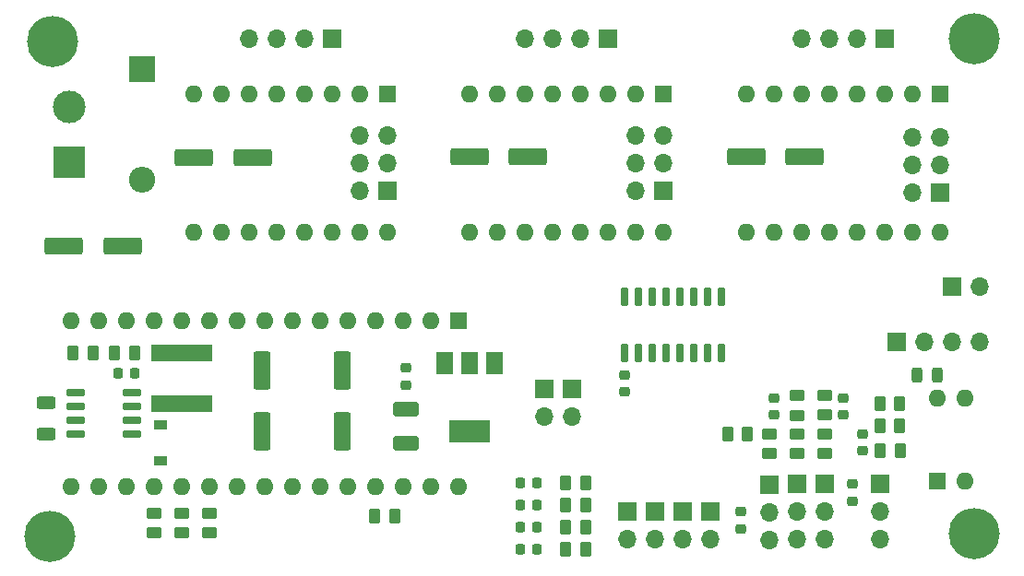
<source format=gbr>
%TF.GenerationSoftware,KiCad,Pcbnew,(6.0.0)*%
%TF.CreationDate,2022-01-02T13:01:26+02:00*%
%TF.ProjectId,shematic,7368656d-6174-4696-932e-6b696361645f,rev?*%
%TF.SameCoordinates,Original*%
%TF.FileFunction,Soldermask,Top*%
%TF.FilePolarity,Negative*%
%FSLAX46Y46*%
G04 Gerber Fmt 4.6, Leading zero omitted, Abs format (unit mm)*
G04 Created by KiCad (PCBNEW (6.0.0)) date 2022-01-02 13:01:26*
%MOMM*%
%LPD*%
G01*
G04 APERTURE LIST*
G04 Aperture macros list*
%AMRoundRect*
0 Rectangle with rounded corners*
0 $1 Rounding radius*
0 $2 $3 $4 $5 $6 $7 $8 $9 X,Y pos of 4 corners*
0 Add a 4 corners polygon primitive as box body*
4,1,4,$2,$3,$4,$5,$6,$7,$8,$9,$2,$3,0*
0 Add four circle primitives for the rounded corners*
1,1,$1+$1,$2,$3*
1,1,$1+$1,$4,$5*
1,1,$1+$1,$6,$7*
1,1,$1+$1,$8,$9*
0 Add four rect primitives between the rounded corners*
20,1,$1+$1,$2,$3,$4,$5,0*
20,1,$1+$1,$4,$5,$6,$7,0*
20,1,$1+$1,$6,$7,$8,$9,0*
20,1,$1+$1,$8,$9,$2,$3,0*%
G04 Aperture macros list end*
%ADD10RoundRect,0.225000X0.250000X-0.225000X0.250000X0.225000X-0.250000X0.225000X-0.250000X-0.225000X0*%
%ADD11R,1.600000X1.600000*%
%ADD12O,1.600000X1.600000*%
%ADD13RoundRect,0.250000X-1.500000X-0.550000X1.500000X-0.550000X1.500000X0.550000X-1.500000X0.550000X0*%
%ADD14RoundRect,0.225000X-0.225000X-0.250000X0.225000X-0.250000X0.225000X0.250000X-0.225000X0.250000X0*%
%ADD15RoundRect,0.250000X-0.550000X1.500000X-0.550000X-1.500000X0.550000X-1.500000X0.550000X1.500000X0*%
%ADD16RoundRect,0.225000X-0.250000X0.225000X-0.250000X-0.225000X0.250000X-0.225000X0.250000X0.225000X0*%
%ADD17RoundRect,0.250000X0.925000X-0.412500X0.925000X0.412500X-0.925000X0.412500X-0.925000X-0.412500X0*%
%ADD18RoundRect,0.225000X0.225000X0.250000X-0.225000X0.250000X-0.225000X-0.250000X0.225000X-0.250000X0*%
%ADD19R,2.400000X2.400000*%
%ADD20O,2.400000X2.400000*%
%ADD21R,1.200000X0.900000*%
%ADD22RoundRect,0.243750X0.243750X0.456250X-0.243750X0.456250X-0.243750X-0.456250X0.243750X-0.456250X0*%
%ADD23R,3.000000X3.000000*%
%ADD24C,3.000000*%
%ADD25R,1.700000X1.700000*%
%ADD26O,1.700000X1.700000*%
%ADD27R,5.700000X1.600000*%
%ADD28RoundRect,0.250000X0.625000X-0.312500X0.625000X0.312500X-0.625000X0.312500X-0.625000X-0.312500X0*%
%ADD29RoundRect,0.250000X-0.262500X-0.450000X0.262500X-0.450000X0.262500X0.450000X-0.262500X0.450000X0*%
%ADD30RoundRect,0.250000X0.262500X0.450000X-0.262500X0.450000X-0.262500X-0.450000X0.262500X-0.450000X0*%
%ADD31RoundRect,0.250000X0.450000X-0.262500X0.450000X0.262500X-0.450000X0.262500X-0.450000X-0.262500X0*%
%ADD32RoundRect,0.250000X-0.450000X0.262500X-0.450000X-0.262500X0.450000X-0.262500X0.450000X0.262500X0*%
%ADD33RoundRect,0.150000X0.150000X-0.725000X0.150000X0.725000X-0.150000X0.725000X-0.150000X-0.725000X0*%
%ADD34RoundRect,0.150000X0.725000X0.150000X-0.725000X0.150000X-0.725000X-0.150000X0.725000X-0.150000X0*%
%ADD35R,1.500000X2.000000*%
%ADD36R,3.800000X2.000000*%
%ADD37C,4.700000*%
G04 APERTURE END LIST*
D10*
%TO.C,C3*%
X85217000Y-64148000D03*
X85217000Y-62598000D03*
%TD*%
D11*
%TO.C,A1*%
X70000000Y-57658000D03*
D12*
X67460000Y-57658000D03*
X64920000Y-57658000D03*
X62380000Y-57658000D03*
X59840000Y-57658000D03*
X57300000Y-57658000D03*
X54760000Y-57658000D03*
X52220000Y-57658000D03*
X49680000Y-57658000D03*
X47140000Y-57658000D03*
X44600000Y-57658000D03*
X42060000Y-57658000D03*
X39520000Y-57658000D03*
X36980000Y-57658000D03*
X34440000Y-57658000D03*
X34440000Y-72898000D03*
X36980000Y-72898000D03*
X39520000Y-72898000D03*
X42060000Y-72898000D03*
X44600000Y-72898000D03*
X47140000Y-72898000D03*
X49680000Y-72898000D03*
X52220000Y-72898000D03*
X54760000Y-72898000D03*
X57300000Y-72898000D03*
X59840000Y-72898000D03*
X62380000Y-72898000D03*
X64920000Y-72898000D03*
X67460000Y-72898000D03*
X70000000Y-72898000D03*
%TD*%
D11*
%TO.C,A2*%
X114173000Y-36830000D03*
D12*
X111633000Y-36830000D03*
X109093000Y-36830000D03*
X106553000Y-36830000D03*
X104013000Y-36830000D03*
X101473000Y-36830000D03*
X98933000Y-36830000D03*
X96393000Y-36830000D03*
X96393000Y-49530000D03*
X98933000Y-49530000D03*
X101473000Y-49530000D03*
X104013000Y-49530000D03*
X106553000Y-49530000D03*
X109093000Y-49530000D03*
X111633000Y-49530000D03*
X114173000Y-49530000D03*
%TD*%
D11*
%TO.C,A3*%
X88820000Y-36830000D03*
D12*
X86280000Y-36830000D03*
X83740000Y-36830000D03*
X81200000Y-36830000D03*
X78660000Y-36830000D03*
X76120000Y-36830000D03*
X73580000Y-36830000D03*
X71040000Y-36830000D03*
X71040000Y-49530000D03*
X73580000Y-49530000D03*
X76120000Y-49530000D03*
X78660000Y-49530000D03*
X81200000Y-49530000D03*
X83740000Y-49530000D03*
X86280000Y-49530000D03*
X88820000Y-49530000D03*
%TD*%
D11*
%TO.C,A4*%
X63500000Y-36830000D03*
D12*
X60960000Y-36830000D03*
X58420000Y-36830000D03*
X55880000Y-36830000D03*
X53340000Y-36830000D03*
X50800000Y-36830000D03*
X48260000Y-36830000D03*
X45720000Y-36830000D03*
X45720000Y-49530000D03*
X48260000Y-49530000D03*
X50800000Y-49530000D03*
X53340000Y-49530000D03*
X55880000Y-49530000D03*
X58420000Y-49530000D03*
X60960000Y-49530000D03*
X63500000Y-49530000D03*
%TD*%
D13*
%TO.C,C1*%
X33782000Y-50800000D03*
X39182000Y-50800000D03*
%TD*%
D14*
%TO.C,C2*%
X38722000Y-62484000D03*
X40272000Y-62484000D03*
%TD*%
D15*
%TO.C,C4*%
X51943000Y-62218000D03*
X51943000Y-67818000D03*
%TD*%
D16*
%TO.C,C5*%
X65151000Y-61963000D03*
X65151000Y-63513000D03*
%TD*%
D10*
%TO.C,C6*%
X107061000Y-69596000D03*
X107061000Y-68046000D03*
%TD*%
%TO.C,C10*%
X105283000Y-64744000D03*
X105283000Y-66294000D03*
%TD*%
%TO.C,C11*%
X98933000Y-66294000D03*
X98933000Y-64744000D03*
%TD*%
D16*
%TO.C,C12*%
X95885000Y-75184000D03*
X95885000Y-76734000D03*
%TD*%
D17*
%TO.C,C13*%
X65151000Y-68861000D03*
X65151000Y-65786000D03*
%TD*%
D18*
%TO.C,C14*%
X77216000Y-72517000D03*
X75666000Y-72517000D03*
%TD*%
%TO.C,C15*%
X77216000Y-76581000D03*
X75666000Y-76581000D03*
%TD*%
%TO.C,C16*%
X77216000Y-74549000D03*
X75666000Y-74549000D03*
%TD*%
%TO.C,C17*%
X77216000Y-78613000D03*
X75666000Y-78613000D03*
%TD*%
D16*
%TO.C,C18*%
X106172000Y-72631000D03*
X106172000Y-74181000D03*
%TD*%
D19*
%TO.C,D1*%
X41000000Y-34544000D03*
D20*
X41000000Y-44704000D03*
%TD*%
D21*
%TO.C,D2*%
X42672000Y-67183000D03*
X42672000Y-70483000D03*
%TD*%
D22*
%TO.C,D4*%
X113919000Y-62611000D03*
X112044000Y-62611000D03*
%TD*%
D23*
%TO.C,J1*%
X34290000Y-43080000D03*
D24*
X34290000Y-38000000D03*
%TD*%
D25*
%TO.C,J2*%
X115316000Y-54483000D03*
D26*
X117856000Y-54483000D03*
%TD*%
D25*
%TO.C,J3*%
X110236000Y-59563000D03*
D26*
X112776000Y-59563000D03*
X115316000Y-59563000D03*
X117856000Y-59563000D03*
%TD*%
D25*
%TO.C,J4*%
X108712000Y-72644000D03*
D26*
X108712000Y-75184000D03*
X108712000Y-77724000D03*
%TD*%
D25*
%TO.C,J5*%
X103632000Y-72644000D03*
D26*
X103632000Y-75184000D03*
X103632000Y-77724000D03*
%TD*%
D25*
%TO.C,J6*%
X101092000Y-72644000D03*
D26*
X101092000Y-75184000D03*
X101092000Y-77724000D03*
%TD*%
D25*
%TO.C,J7*%
X98552000Y-72659000D03*
D26*
X98552000Y-75199000D03*
X98552000Y-77739000D03*
%TD*%
D25*
%TO.C,J8*%
X93091000Y-75184000D03*
D26*
X93091000Y-77724000D03*
%TD*%
D25*
%TO.C,J9*%
X88011000Y-75184000D03*
D26*
X88011000Y-77724000D03*
%TD*%
D25*
%TO.C,J10*%
X90551000Y-75184000D03*
D26*
X90551000Y-77724000D03*
%TD*%
D25*
%TO.C,J11*%
X85471000Y-75194000D03*
D26*
X85471000Y-77734000D03*
%TD*%
D25*
%TO.C,J12*%
X114173000Y-45847000D03*
D26*
X111633000Y-45847000D03*
X114173000Y-43307000D03*
X111633000Y-43307000D03*
X114173000Y-40767000D03*
X111633000Y-40767000D03*
%TD*%
D25*
%TO.C,J13*%
X88820000Y-45720000D03*
D26*
X86280000Y-45720000D03*
X88820000Y-43180000D03*
X86280000Y-43180000D03*
X88820000Y-40640000D03*
X86280000Y-40640000D03*
%TD*%
D25*
%TO.C,J14*%
X63500000Y-45720000D03*
D26*
X60960000Y-45720000D03*
X63500000Y-43180000D03*
X60960000Y-43180000D03*
X63500000Y-40640000D03*
X60960000Y-40640000D03*
%TD*%
D25*
%TO.C,J15*%
X109093000Y-31750000D03*
D26*
X106553000Y-31750000D03*
X104013000Y-31750000D03*
X101473000Y-31750000D03*
%TD*%
D25*
%TO.C,J16*%
X83740000Y-31750000D03*
D26*
X81200000Y-31750000D03*
X78660000Y-31750000D03*
X76120000Y-31750000D03*
%TD*%
D25*
%TO.C,J17*%
X58420000Y-31750000D03*
D26*
X55880000Y-31750000D03*
X53340000Y-31750000D03*
X50800000Y-31750000D03*
%TD*%
D25*
%TO.C,JP1*%
X80391000Y-63881000D03*
D26*
X80391000Y-66421000D03*
%TD*%
D25*
%TO.C,JP2*%
X77851000Y-63881000D03*
D26*
X77851000Y-66421000D03*
%TD*%
D27*
%TO.C,L1*%
X44577000Y-65279000D03*
X44577000Y-60579000D03*
%TD*%
D28*
%TO.C,R1*%
X32131000Y-68076000D03*
X32131000Y-65151000D03*
%TD*%
D29*
%TO.C,R2*%
X34624000Y-60579000D03*
X36449000Y-60579000D03*
%TD*%
D30*
%TO.C,R3*%
X40259000Y-60579000D03*
X38434000Y-60579000D03*
%TD*%
D29*
%TO.C,R5*%
X108712000Y-69596000D03*
X110537000Y-69596000D03*
%TD*%
D31*
%TO.C,R6*%
X103632000Y-69850000D03*
X103632000Y-68025000D03*
%TD*%
%TO.C,R7*%
X101092000Y-69850000D03*
X101092000Y-68025000D03*
%TD*%
%TO.C,R8*%
X98552000Y-69850000D03*
X98552000Y-68025000D03*
%TD*%
D32*
%TO.C,R9*%
X103632000Y-64469000D03*
X103632000Y-66294000D03*
%TD*%
%TO.C,R10*%
X101092000Y-64492500D03*
X101092000Y-66317500D03*
%TD*%
D29*
%TO.C,R11*%
X94718500Y-68072000D03*
X96543500Y-68072000D03*
%TD*%
%TO.C,R12*%
X108688500Y-67310000D03*
X110513500Y-67310000D03*
%TD*%
%TO.C,R13*%
X108665000Y-65278000D03*
X110490000Y-65278000D03*
%TD*%
%TO.C,R14*%
X79836000Y-72517000D03*
X81661000Y-72517000D03*
%TD*%
%TO.C,R15*%
X79836000Y-76581000D03*
X81661000Y-76581000D03*
%TD*%
%TO.C,R16*%
X79836000Y-74549000D03*
X81661000Y-74549000D03*
%TD*%
%TO.C,R17*%
X79836000Y-78613000D03*
X81661000Y-78613000D03*
%TD*%
%TO.C,R18*%
X62310000Y-75565000D03*
X64135000Y-75565000D03*
%TD*%
D31*
%TO.C,R19*%
X44577000Y-77136000D03*
X44577000Y-75311000D03*
%TD*%
%TO.C,R20*%
X47117000Y-77136000D03*
X47117000Y-75311000D03*
%TD*%
%TO.C,R21*%
X42037000Y-77136000D03*
X42037000Y-75311000D03*
%TD*%
D33*
%TO.C,U1*%
X85217000Y-60614000D03*
X86487000Y-60614000D03*
X87757000Y-60614000D03*
X89027000Y-60614000D03*
X90297000Y-60614000D03*
X91567000Y-60614000D03*
X92837000Y-60614000D03*
X94107000Y-60614000D03*
X94107000Y-55464000D03*
X92837000Y-55464000D03*
X91567000Y-55464000D03*
X90297000Y-55464000D03*
X89027000Y-55464000D03*
X87757000Y-55464000D03*
X86487000Y-55464000D03*
X85217000Y-55464000D03*
%TD*%
D34*
%TO.C,U2*%
X40040000Y-68072000D03*
X40040000Y-66802000D03*
X40040000Y-65532000D03*
X40040000Y-64262000D03*
X34890000Y-64262000D03*
X34890000Y-65532000D03*
X34890000Y-66802000D03*
X34890000Y-68072000D03*
%TD*%
D35*
%TO.C,U3*%
X73293000Y-61493000D03*
D36*
X70993000Y-67793000D03*
D35*
X70993000Y-61493000D03*
X68693000Y-61493000D03*
%TD*%
D11*
%TO.C,U4*%
X113919000Y-72390000D03*
D12*
X116459000Y-72390000D03*
X116459000Y-64770000D03*
X113919000Y-64770000D03*
%TD*%
D37*
%TO.C,REF\u002A\u002A*%
X32766000Y-32004000D03*
%TD*%
D13*
%TO.C,C23*%
X70993000Y-42545000D03*
X76393000Y-42545000D03*
%TD*%
%TO.C,C24*%
X96393000Y-42545000D03*
X101793000Y-42545000D03*
%TD*%
D37*
%TO.C,*%
X117348000Y-77216000D03*
%TD*%
%TO.C,*%
X117348000Y-31750000D03*
%TD*%
D13*
%TO.C,C21*%
X45720000Y-42672000D03*
X51120000Y-42672000D03*
%TD*%
D15*
%TO.C,C22*%
X59309000Y-62218000D03*
X59309000Y-67818000D03*
%TD*%
D37*
%TO.C,*%
X32512000Y-77470000D03*
%TD*%
M02*

</source>
